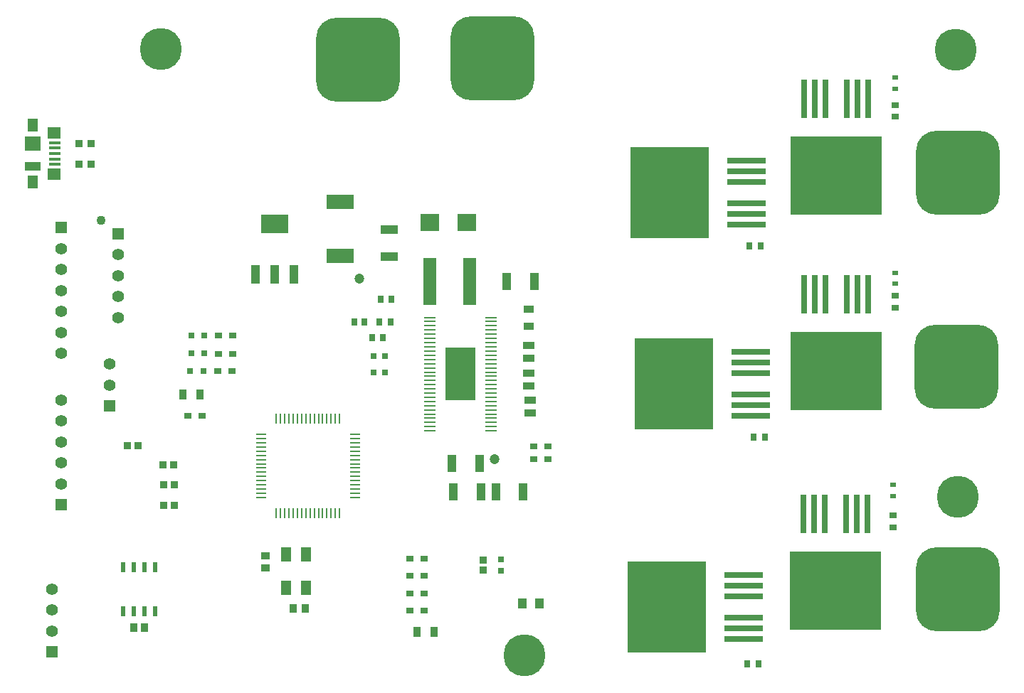
<source format=gbr>
%FSTAX23Y23*%
%MOIN*%
%SFA1B1*%

%IPPOS*%
%AMD27*
4,1,8,0.022500,0.004200,-0.022500,0.004200,-0.026700,0.000000,-0.026700,0.000000,-0.022500,-0.004200,0.022500,-0.004200,0.026700,0.000000,0.026700,0.000000,0.022500,0.004200,0.0*
1,1,0.008360,0.022500,0.000000*
1,1,0.008360,-0.022500,0.000000*
1,1,0.008360,-0.022500,0.000000*
1,1,0.008360,0.022500,0.000000*
%
%AMD38*
4,1,8,-0.004200,0.019200,-0.004200,-0.019200,0.000000,-0.023400,0.000000,-0.023400,0.004200,-0.019200,0.004200,0.019200,0.000000,0.023400,0.000000,0.023400,-0.004200,0.019200,0.0*
1,1,0.008360,0.000000,0.019200*
1,1,0.008360,0.000000,-0.019200*
1,1,0.008360,0.000000,-0.019200*
1,1,0.008360,0.000000,0.019200*
%
%AMD39*
4,1,8,-0.023400,0.000000,-0.023400,0.000000,-0.019200,-0.004200,0.019200,-0.004200,0.023400,0.000000,0.023400,0.000000,0.019200,0.004200,-0.019200,0.004200,-0.023400,0.000000,0.0*
1,1,0.008360,-0.019200,0.000000*
1,1,0.008360,-0.019200,0.000000*
1,1,0.008360,0.019200,0.000000*
1,1,0.008360,0.019200,0.000000*
%
%AMD63*
4,1,8,0.008900,0.024600,-0.008900,0.024600,-0.010800,0.022700,-0.010800,-0.022700,-0.008900,-0.024600,0.008900,-0.024600,0.010800,-0.022700,0.010800,0.022700,0.008900,0.024600,0.0*
1,1,0.003900,0.008900,0.022700*
1,1,0.003900,-0.008900,0.022700*
1,1,0.003900,-0.008900,-0.022700*
1,1,0.003900,0.008900,-0.022700*
%
%AMD100*
4,1,8,0.098400,0.196800,-0.098400,0.196800,-0.196800,0.098400,-0.196800,-0.098400,-0.098400,-0.196800,0.098400,-0.196800,0.196800,-0.098400,0.196800,0.098400,0.098400,0.196800,0.0*
1,1,0.196860,0.098400,0.098400*
1,1,0.196860,-0.098400,0.098400*
1,1,0.196860,-0.098400,-0.098400*
1,1,0.196860,0.098400,-0.098400*
%
%AMD101*
4,1,8,-0.196800,0.098400,-0.196800,-0.098400,-0.098400,-0.196800,0.098400,-0.196800,0.196800,-0.098400,0.196800,0.098400,0.098400,0.196800,-0.098400,0.196800,-0.196800,0.098400,0.0*
1,1,0.196860,-0.098400,0.098400*
1,1,0.196860,-0.098400,-0.098400*
1,1,0.196860,0.098400,-0.098400*
1,1,0.196860,0.098400,0.098400*
%
%ADD20R,0.062990X0.224410*%
%ADD21R,0.088580X0.084650*%
%ADD22R,0.039370X0.051180*%
%ADD23R,0.425200X0.370080*%
%ADD24R,0.031500X0.181100*%
%ADD25R,0.047240X0.070870*%
%ADD26R,0.029530X0.033470*%
G04~CAMADD=27~8~0.0~0.0~533.6~83.7~41.8~0.0~15~0.0~0.0~0.0~0.0~0~0.0~0.0~0.0~0.0~0~0.0~0.0~0.0~0.0~533.6~83.7*
%ADD27D27*%
%ADD28R,0.053360X0.008370*%
%ADD29R,0.051180X0.064960*%
%ADD30R,0.074800X0.070870*%
%ADD31R,0.074800X0.039370*%
%ADD32R,0.061020X0.056100*%
%ADD33R,0.054330X0.017720*%
%ADD34R,0.025590X0.027560*%
%ADD35R,0.043310X0.080710*%
%ADD36R,0.035430X0.031500*%
%ADD37R,0.008370X0.046780*%
G04~CAMADD=38~8~0.0~0.0~467.8~83.7~41.8~0.0~15~0.0~0.0~0.0~0.0~0~0.0~0.0~0.0~0.0~0~0.0~0.0~0.0~90.0~84.0~467.0*
%ADD38D38*%
G04~CAMADD=39~8~0.0~0.0~83.7~467.8~41.8~0.0~15~0.0~0.0~0.0~0.0~0~0.0~0.0~0.0~0.0~0~0.0~0.0~0.0~90.0~468.0~84.0*
%ADD39D39*%
%ADD40R,0.031500X0.031500*%
%ADD41R,0.037650X0.047490*%
%ADD42R,0.041340X0.037400*%
%ADD43R,0.037400X0.041340*%
%ADD44R,0.027560X0.025590*%
%ADD45R,0.035680X0.033660*%
%ADD46R,0.031500X0.023620*%
%ADD47R,0.033940X0.025870*%
%ADD48R,0.025870X0.033940*%
%ADD49R,0.031500X0.035430*%
%ADD50R,0.029530X0.035430*%
%ADD51R,0.031500X0.037400*%
%ADD52R,0.047490X0.037650*%
%ADD53R,0.053150X0.037400*%
%ADD54R,0.033660X0.035680*%
%ADD55R,0.036810X0.037880*%
%ADD56R,0.035430X0.039370*%
%ADD57R,0.181100X0.031500*%
%ADD58R,0.370080X0.425200*%
%ADD59R,0.080710X0.043310*%
%ADD60R,0.039370X0.086610*%
%ADD61R,0.129920X0.086610*%
%ADD62R,0.125980X0.067720*%
G04~CAMADD=63~8~0.0~0.0~216.5~492.1~19.5~0.0~15~0.0~0.0~0.0~0.0~0~0.0~0.0~0.0~0.0~0~0.0~0.0~0.0~0.0~216.5~492.1*
%ADD63D63*%
%ADD74R,0.142130X0.250000*%
%ADD91R,0.055120X0.055120*%
%ADD92C,0.055120*%
%ADD93C,0.043310*%
%ADD97C,0.047240*%
%ADD99C,0.196850*%
G04~CAMADD=100~8~0.0~0.0~3937.0~3937.0~984.3~0.0~15~0.0~0.0~0.0~0.0~0~0.0~0.0~0.0~0.0~0~0.0~0.0~0.0~0.0~3937.0~3937.0*
%ADD100D100*%
G04~CAMADD=101~8~0.0~0.0~3937.0~3937.0~984.3~0.0~15~0.0~0.0~0.0~0.0~0~0.0~0.0~0.0~0.0~0~0.0~0.0~0.0~90.0~3936.0~3936.0*
%ADD101D101*%
%LNpcb_pads_top-1*%
%LPD*%
G54D20*
X04322Y0334D03*
X04507D03*
G54D21*
X04493Y03615D03*
X0432D03*
G54D22*
X04755Y0183D03*
X04834D03*
G54D23*
X06225Y03835D03*
X0622Y0189D03*
X06225Y0292D03*
G54D24*
X06175Y04195D03*
X06125D03*
X06075D03*
X06275D03*
X06325D03*
X06375D03*
X0617Y0225D03*
X0612D03*
X0607D03*
X0627D03*
X0632D03*
X0637D03*
X06175Y0328D03*
X06125D03*
X06075D03*
X06275D03*
X06325D03*
X06375D03*
G54D25*
X03742Y01901D03*
Y02058D03*
X03647D03*
Y01901D03*
G54D26*
X0414Y03255D03*
X04089D03*
G54D27*
X04607Y0317D03*
Y03151D03*
Y03131D03*
Y03111D03*
Y03092D03*
Y03072D03*
Y03052D03*
Y03032D03*
Y03013D03*
Y02993D03*
Y02973D03*
Y02954D03*
Y02934D03*
Y02914D03*
Y02895D03*
Y02875D03*
Y02855D03*
Y02836D03*
Y02816D03*
Y02796D03*
Y02777D03*
Y02757D03*
Y02737D03*
Y02717D03*
Y02698D03*
Y02678D03*
Y02658D03*
Y02639D03*
X04322D03*
Y02658D03*
Y02678D03*
Y02698D03*
Y02717D03*
Y02737D03*
Y02757D03*
Y02777D03*
Y02796D03*
Y02816D03*
Y02836D03*
Y02855D03*
Y02875D03*
Y02895D03*
Y02914D03*
Y02934D03*
Y02954D03*
Y02973D03*
Y02993D03*
Y03013D03*
Y03032D03*
Y03052D03*
Y03072D03*
Y03092D03*
Y03111D03*
Y03131D03*
Y03151D03*
G54D28*
X04322Y0317D03*
G54D29*
X02459Y04072D03*
Y03806D03*
G54D30*
X02459Y03985D03*
G54D31*
X02459Y03878D03*
G54D32*
X0256Y04037D03*
Y03841D03*
G54D33*
X02564Y0399D03*
Y03965D03*
Y03939D03*
Y03914D03*
Y03888D03*
G54D34*
X04111Y02913D03*
X04058D03*
X04111Y0299D03*
X04058D03*
G54D35*
X0468Y0334D03*
X04809D03*
X04629Y02352D03*
X04758D03*
X04425Y02485D03*
X04555D03*
X0443Y02352D03*
X04559D03*
G54D36*
X04293Y0204D03*
X04226D03*
X04293Y01877D03*
X04226D03*
X04293Y01958D03*
X04226D03*
X03326Y0292D03*
X03393D03*
X03331Y03D03*
X03398D03*
X03331Y03085D03*
X03398D03*
X04293Y01796D03*
X04226D03*
X04873Y02566D03*
X04806D03*
X04873Y02505D03*
X04806D03*
X03253Y0271D03*
X03186D03*
G54D37*
X03602Y02254D03*
G54D38*
X03622Y02254D03*
X03641D03*
X03661D03*
X03681D03*
X037D03*
X0372D03*
X0374D03*
X03759D03*
X03779D03*
X03799D03*
X03818D03*
X03838D03*
X03858D03*
X03877D03*
X03897D03*
Y02695D03*
X03877D03*
X03858D03*
X03838D03*
X03818D03*
X03799D03*
X03779D03*
X03759D03*
X0374D03*
X0372D03*
X037D03*
X03681D03*
X03661D03*
X03641D03*
X03622D03*
X03602D03*
G54D39*
X0397Y02327D03*
Y02347D03*
Y02366D03*
Y02386D03*
Y02406D03*
Y02425D03*
Y02445D03*
Y02465D03*
Y02484D03*
Y02504D03*
Y02524D03*
Y02543D03*
Y02563D03*
Y02583D03*
Y02602D03*
Y02622D03*
X03529D03*
Y02602D03*
Y02583D03*
Y02563D03*
Y02543D03*
Y02524D03*
Y02504D03*
Y02484D03*
Y02465D03*
Y02445D03*
Y02425D03*
Y02406D03*
Y02386D03*
Y02366D03*
Y02347D03*
Y02327D03*
G54D40*
X03261Y0292D03*
X03198D03*
X03205Y03002D03*
X03264D03*
X03205Y03085D03*
X03264D03*
G54D41*
X04259Y01695D03*
X0434D03*
X03245Y0281D03*
X03164D03*
G54D42*
X0355Y01996D03*
Y02053D03*
G54D43*
X03681Y01805D03*
X03738D03*
G54D44*
X04655Y02036D03*
Y01983D03*
G54D45*
X0457Y02034D03*
Y01985D03*
G54D46*
X0649Y02385D03*
Y02334D03*
X065Y03329D03*
Y0338D03*
Y04295D03*
Y04244D03*
G54D47*
X0649Y02187D03*
Y02242D03*
X065Y03217D03*
Y03272D03*
Y04112D03*
Y04167D03*
G54D48*
X05807Y01545D03*
X05862D03*
X05837Y0261D03*
X05892D03*
X05817Y03505D03*
X05872D03*
G54D49*
X04099Y03077D03*
X0405D03*
G54D50*
X04013Y0315D03*
X03966D03*
G54D51*
X04083Y0315D03*
X04136D03*
G54D52*
X04785Y0321D03*
Y03129D03*
G54D53*
X0479Y02781D03*
Y02722D03*
X04785Y0291D03*
Y0285D03*
Y03039D03*
Y0298D03*
G54D54*
X02954Y0257D03*
X02905D03*
X03075Y0229D03*
X03124D03*
X0307Y0248D03*
X03119D03*
X03075Y02385D03*
X03124D03*
G54D55*
X02676Y0389D03*
X02733D03*
X02676Y03985D03*
X02733D03*
G54D56*
X02934Y01715D03*
X02985D03*
G54D57*
X0579Y01661D03*
Y01711D03*
Y01761D03*
Y01961D03*
Y01911D03*
Y01861D03*
X05805Y03605D03*
Y03655D03*
Y03705D03*
Y03905D03*
Y03855D03*
Y03805D03*
X05825Y0271D03*
Y0276D03*
Y0281D03*
Y0301D03*
Y0296D03*
Y0291D03*
G54D58*
X05429Y01811D03*
X05445Y03755D03*
X05464Y0286D03*
G54D59*
X0413Y03584D03*
Y03455D03*
G54D60*
X03504Y03371D03*
X03595D03*
X03685D03*
G54D61*
X03595Y03608D03*
G54D62*
X039Y03711D03*
Y03458D03*
G54D63*
X02885Y01791D03*
X02935D03*
X02985D03*
X03035D03*
X02885Y01998D03*
X02935D03*
X02985D03*
X03035D03*
G54D74*
X04465Y02905D03*
G54D91*
X02595Y02291D03*
Y03592D03*
X0286Y03564D03*
X0282Y02755D03*
X0255Y01601D03*
G54D92*
X02595Y0239D03*
Y02488D03*
Y02586D03*
Y02685D03*
Y02783D03*
Y03494D03*
Y03396D03*
Y03297D03*
Y03199D03*
Y031D03*
Y03002D03*
X0286Y03465D03*
Y03367D03*
Y03268D03*
Y0317D03*
X0282Y02853D03*
Y02951D03*
X0255Y01896D03*
Y01798D03*
Y017D03*
G54D93*
X02781Y03627D03*
G54D97*
X0399Y03352D03*
X04625Y02505D03*
G54D99*
X06795Y0233D03*
X06785Y04425D03*
X04765Y01585D03*
X0306Y0443D03*
G54D100*
X03985Y0438D03*
X04615Y04385D03*
G54D101*
X06795Y0385D03*
X06787Y0294D03*
X06795Y01895D03*
M02*
</source>
